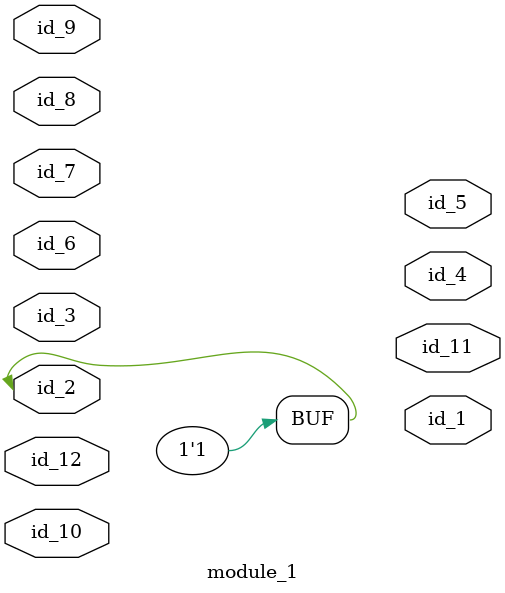
<source format=v>
module module_0;
endmodule
module module_1 (
    id_1,
    id_2,
    id_3,
    id_4,
    id_5,
    id_6,
    id_7,
    id_8,
    id_9,
    id_10,
    id_11,
    id_12
);
  inout wire id_12;
  output wire id_11;
  inout wire id_10;
  input wire id_9;
  input wire id_8;
  input wire id_7;
  inout wire id_6;
  output wire id_5;
  output wire id_4;
  inout wire id_3;
  inout wire id_2;
  output wire id_1;
  wire id_13, id_14;
  module_0 modCall_1 ();
  assign id_2 = 1;
  wire id_15;
  wire id_16;
endmodule

</source>
